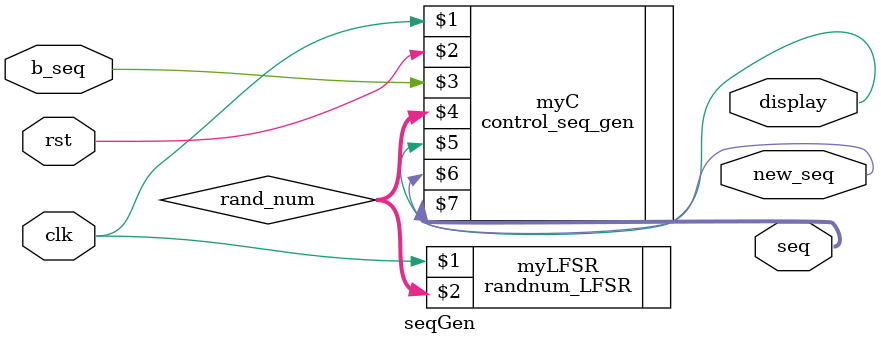
<source format=v>

module seqGen (
    clk, rst, b_seq, seq, display, new_seq
);
input clk, rst, b_seq;
output display, new_seq;
output [19:0] seq;

wire [19:0] rand_num; // Wire to hold generated random number

// Instantiate 20-bit random number generator using LFSR
randnum_LFSR myLFSR(
    clk,        // Clock input
    rand_num    // 20-bit random output
);

// Instantiate control logic for sequence generation
control_seq_gen myC(
    clk,
    rst,
    b_seq,      // Button/trigger to generate new sequence
    rand_num,   // Random number input from LFSR
    display,    // Output to control sequence display
    new_seq,    // Signal indicating a new sequence is ready
    seq         // 20-bit sequence output
);

endmodule

</source>
